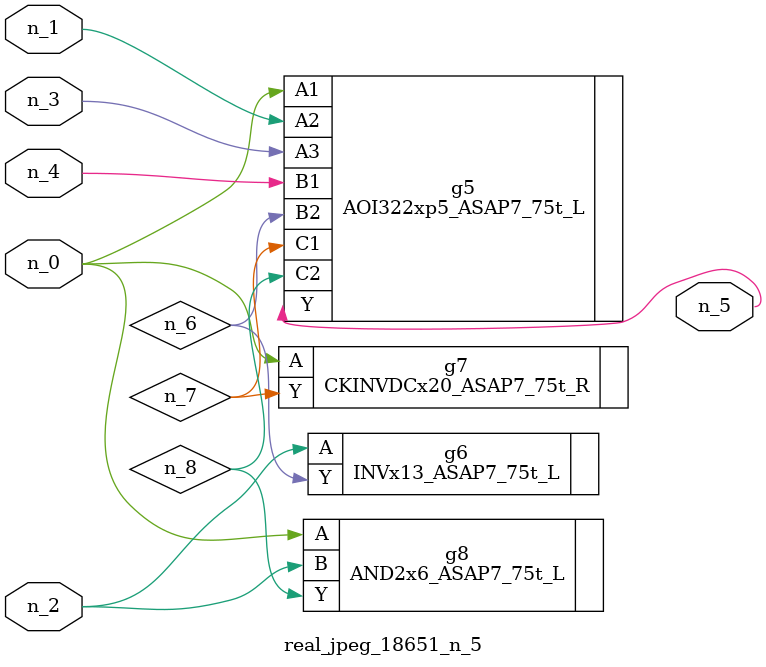
<source format=v>
module real_jpeg_18651_n_5 (n_4, n_0, n_1, n_2, n_3, n_5);

input n_4;
input n_0;
input n_1;
input n_2;
input n_3;

output n_5;

wire n_8;
wire n_6;
wire n_7;

AOI322xp5_ASAP7_75t_L g5 ( 
.A1(n_0),
.A2(n_1),
.A3(n_3),
.B1(n_4),
.B2(n_6),
.C1(n_7),
.C2(n_8),
.Y(n_5)
);

CKINVDCx20_ASAP7_75t_R g7 ( 
.A(n_0),
.Y(n_7)
);

AND2x6_ASAP7_75t_L g8 ( 
.A(n_0),
.B(n_2),
.Y(n_8)
);

INVx13_ASAP7_75t_L g6 ( 
.A(n_2),
.Y(n_6)
);


endmodule
</source>
